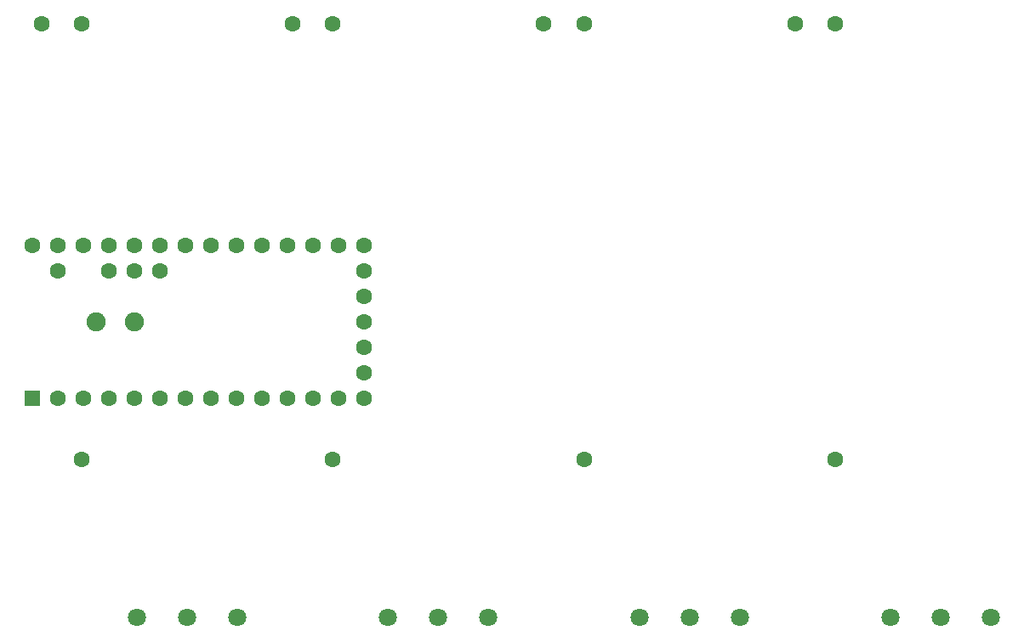
<source format=gbr>
%TF.GenerationSoftware,KiCad,Pcbnew,(6.0.4)*%
%TF.CreationDate,2022-06-07T12:50:28-04:00*%
%TF.ProjectId,midimania,6d696469-6d61-46e6-9961-2e6b69636164,rev?*%
%TF.SameCoordinates,Original*%
%TF.FileFunction,Soldermask,Bot*%
%TF.FilePolarity,Negative*%
%FSLAX46Y46*%
G04 Gerber Fmt 4.6, Leading zero omitted, Abs format (unit mm)*
G04 Created by KiCad (PCBNEW (6.0.4)) date 2022-06-07 12:50:28*
%MOMM*%
%LPD*%
G01*
G04 APERTURE LIST*
%ADD10C,1.600000*%
%ADD11C,1.800000*%
%ADD12R,1.600000X1.600000*%
%ADD13C,1.900000*%
G04 APERTURE END LIST*
D10*
%TO.C,RV6*%
X132400000Y-73243000D03*
X128400000Y-73243000D03*
X132400000Y-116743000D03*
%TD*%
D11*
%TO.C,RV4*%
X187900000Y-132493000D03*
X192900000Y-132493000D03*
X197900000Y-132493000D03*
%TD*%
D10*
%TO.C,RV5*%
X107400000Y-73243000D03*
X103400000Y-73243000D03*
X107400000Y-116743000D03*
%TD*%
%TO.C,RV8*%
X182400000Y-73243000D03*
X178400000Y-73243000D03*
X182400000Y-116743000D03*
%TD*%
D11*
%TO.C,RV2*%
X137900000Y-132493000D03*
X142900000Y-132493000D03*
X147900000Y-132493000D03*
%TD*%
D12*
%TO.C,U1*%
X102490000Y-110620000D03*
D10*
X105030000Y-110620000D03*
X107570000Y-110620000D03*
X110110000Y-110620000D03*
X112650000Y-110620000D03*
X115190000Y-110620000D03*
X117730000Y-110620000D03*
X120270000Y-110620000D03*
X122810000Y-110620000D03*
X125350000Y-110620000D03*
X127890000Y-110620000D03*
X130430000Y-110620000D03*
X132970000Y-110620000D03*
X135510000Y-110620000D03*
X135510000Y-108080000D03*
X135510000Y-105540000D03*
X135510000Y-103000000D03*
X135510000Y-100460000D03*
X135510000Y-97920000D03*
X135510000Y-95380000D03*
X132970000Y-95380000D03*
X130430000Y-95380000D03*
X127890000Y-95380000D03*
X125350000Y-95380000D03*
X122810000Y-95380000D03*
X120270000Y-95380000D03*
X117730000Y-95380000D03*
X115190000Y-95380000D03*
X112650000Y-95380000D03*
X110110000Y-95380000D03*
X107570000Y-95380000D03*
X105030000Y-95380000D03*
X102490000Y-95380000D03*
X105030000Y-97920000D03*
X110110000Y-97920000D03*
X112650000Y-97920000D03*
X115190000Y-97920000D03*
D13*
X112650000Y-103000000D03*
X108840000Y-103000000D03*
%TD*%
D11*
%TO.C,RV3*%
X162900000Y-132493000D03*
X167900000Y-132493000D03*
X172900000Y-132493000D03*
%TD*%
D10*
%TO.C,RV7*%
X157400000Y-73243000D03*
X153400000Y-73243000D03*
X157400000Y-116743000D03*
%TD*%
D11*
%TO.C,RV1*%
X112900000Y-132493000D03*
X117900000Y-132493000D03*
X122900000Y-132493000D03*
%TD*%
M02*

</source>
